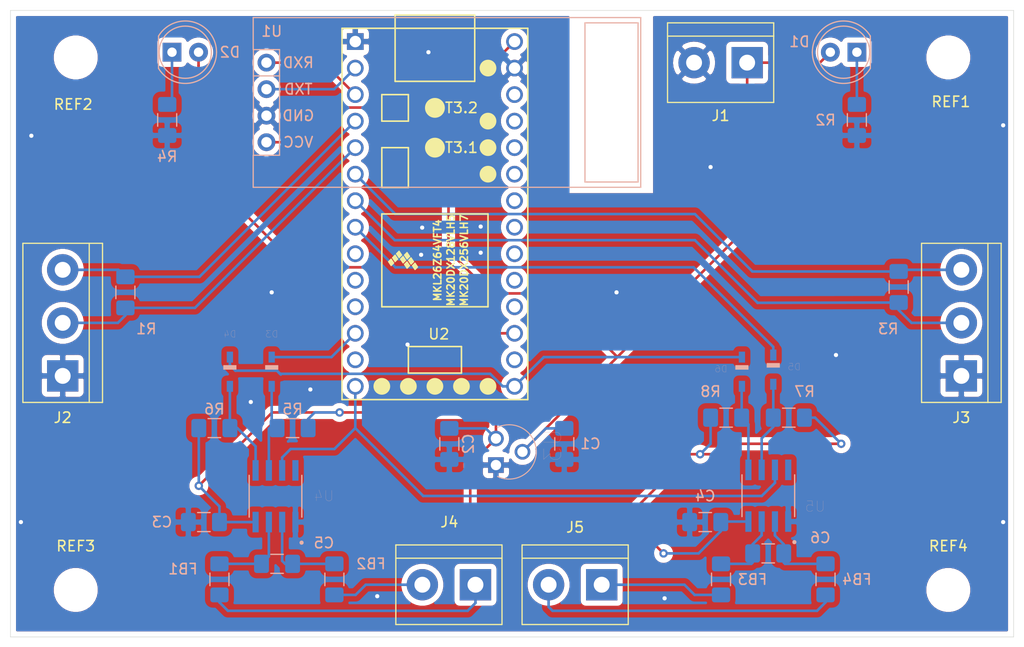
<source format=kicad_pcb>
(kicad_pcb (version 20171130) (host pcbnew 5.1.5-52549c5~84~ubuntu18.04.1)
  (layers (0 F.Cu signal) (31 B.Cu signal) (34 B.Paste user) (35 F.Paste user) (36 B.SilkS user) (37 F.SilkS user) (38 B.Mask user) (39 F.Mask user) (44 Edge.Cuts user))
  (net 0 "")
  (net 1 +5V)
  (net 2 GND)
  (net 3 +3V3)
  (net 4 "Net-(C5-Pad2)")
  (net 5 "Net-(C5-Pad1)")
  (net 6 "Net-(C6-Pad2)")
  (net 7 "Net-(C6-Pad1)")
  (net 8 "Net-(D1-Pad1)")
  (net 9 "Net-(D2-Pad2)")
  (net 10 "Net-(D2-Pad1)")
  (net 11 "Net-(D3-PadA)")
  (net 12 /CS0)
  (net 13 "Net-(D4-PadA)")
  (net 14 /SCK0)
  (net 15 "Net-(D5-PadA)")
  (net 16 /CS1)
  (net 17 "Net-(D6-PadA)")
  (net 18 "Net-(FB1-Pad1)")
  (net 19 "Net-(FB2-Pad1)")
  (net 20 "Net-(FB3-Pad1)")
  (net 21 "Net-(FB4-Pad1)")
  (net 22 /T1P)
  (net 23 /T1S)
  (net 24 /T2P)
  (net 25 /T2S)
  (net 26 "Net-(U1-Pad2)")
  (net 27 "Net-(U1-Pad1)")
  (net 28 "Net-(U2-Pad9)")
  (net 29 "Net-(U2-Pad10)")
  (net 30 "Net-(U2-Pad11)")
  (net 31 "Net-(U2-Pad13)")
  (net 32 "Net-(U2-Pad37)")
  (net 33 "Net-(U2-Pad36)")
  (net 34 "Net-(U2-Pad35)")
  (net 35 "Net-(U2-Pad34)")
  (net 36 "Net-(U2-Pad31)")
  (net 37 "Net-(U2-Pad30)")
  (net 38 "Net-(U2-Pad29)")
  (net 39 "Net-(U2-Pad28)")
  (net 40 "Net-(U2-Pad27)")
  (net 41 "Net-(U2-Pad26)")
  (net 42 "Net-(U2-Pad25)")
  (net 43 "Net-(U2-Pad24)")
  (net 44 "Net-(U2-Pad23)")
  (net 45 "Net-(U2-Pad21)")
  (net 46 /MISO0)
  (net 47 "Net-(U2-Pad15)")
  (net 48 "Net-(U2-Pad16)")
  (net 49 "Net-(U2-Pad19)")
  (net 50 "Net-(U2-Pad18)")
  (net 51 "Net-(U2-Pad17)")
  (module MountingHole:MountingHole_3.2mm_M3 (layer F.Cu) (at 191.75 79.5)
    (fp_text reference REF1 (at 0.25 4.25) (layer F.SilkS))
    (fp_text value MountingHole_3.2mm_M3)
    (pad 1 np_thru_hole circle (at 0 0) (size 3.2 3.2) (drill 3.2) (layers *.Cu *.Mask))
  )
  (module MountingHole:MountingHole_3.2mm_M3 (layer F.Cu) (at 191.75 130.5)
    (fp_text reference REF4 (at 0 -4.2) (layer F.SilkS))
    (fp_text value MountingHole_3.2mm_M3)
    (pad 1 np_thru_hole circle (at 0 0) (size 3.2 3.2) (drill 3.2) (layers *.Cu *.Mask))
  )
  (module MountingHole:MountingHole_3.2mm_M3 (layer F.Cu) (at 108.25 130.5)
    (fp_text reference REF3 (at 0 -4.2) (layer F.SilkS))
    (fp_text value MountingHole_3.2mm_M3)
    (pad 1 np_thru_hole circle (at 0 0) (size 3.2 3.2) (drill 3.2) (layers *.Cu *.Mask))
  )
  (module MountingHole:MountingHole_3.2mm_M3 (layer F.Cu) (at 108.25 79.5)
    (fp_text reference REF2 (at -0.25 4.5) (layer F.SilkS))
    (fp_text value MountingHole_3.2mm_M3)
    (pad 1 np_thru_hole circle (at 0 0) (size 3.2 3.2) (drill 3.2) (layers *.Cu *.Mask))
  )
  (module MAX31855KASA_:SOIC127P600X175-8N (layer B.Cu) (at 174.525 121.475 90)
    (fp_text reference U5 (at -1.025 4.475 180) (layer B.SilkS) (effects (font (thickness 0.015)) (justify mirror)))
    (fp_text value MAX31855KASA+)
    (fp_line (start -2 -2.52) (end 2 -2.52) (layer B.SilkS) (width 0.127))
    (fp_line (start -2 2.52) (end 2 2.52) (layer B.SilkS) (width 0.127))
    (fp_circle (center -4.445 2.495) (end -4.345 2.495) (layer B.SilkS) (width 0.2))
    (pad 8 smd rect (at 2.475 1.905 90) (size 1.97 0.59) (layers B.Cu B.Paste B.Mask))
    (pad 7 smd rect (at 2.475 0.635 90) (size 1.97 0.59) (layers B.Cu B.Paste B.Mask) (net 46 /MISO0))
    (pad 6 smd rect (at 2.475 -0.635 90) (size 1.97 0.59) (layers B.Cu B.Paste B.Mask) (net 15 "Net-(D5-PadA)"))
    (pad 5 smd rect (at 2.475 -1.905 90) (size 1.97 0.59) (layers B.Cu B.Paste B.Mask) (net 17 "Net-(D6-PadA)"))
    (pad 4 smd rect (at -2.475 -1.905 90) (size 1.97 0.59) (layers B.Cu B.Paste B.Mask) (net 3 +3V3))
    (pad 3 smd rect (at -2.475 -0.635 90) (size 1.97 0.59) (layers B.Cu B.Paste B.Mask) (net 6 "Net-(C6-Pad2)"))
    (pad 2 smd rect (at -2.475 0.635 90) (size 1.97 0.59) (layers B.Cu B.Paste B.Mask) (net 7 "Net-(C6-Pad1)"))
    (pad 1 smd rect (at -2.475 1.905 90) (size 1.97 0.59) (layers B.Cu B.Paste B.Mask) (net 2 GND))
  )
  (module MAX31855KASA_:SOIC127P600X175-8N (layer B.Cu) (at 127.365 121.525 90)
    (fp_text reference U4 (at 0.025 4.635 180) (layer B.SilkS) (effects (font (thickness 0.015)) (justify mirror)))
    (fp_text value MAX31855KASA+)
    (fp_line (start -2 -2.52) (end 2 -2.52) (layer B.SilkS) (width 0.127))
    (fp_line (start -2 2.52) (end 2 2.52) (layer B.SilkS) (width 0.127))
    (fp_circle (center -4.445 2.495) (end -4.345 2.495) (layer B.SilkS) (width 0.2))
    (pad 8 smd rect (at 2.475 1.905 90) (size 1.97 0.59) (layers B.Cu B.Paste B.Mask))
    (pad 7 smd rect (at 2.475 0.635 90) (size 1.97 0.59) (layers B.Cu B.Paste B.Mask) (net 46 /MISO0))
    (pad 6 smd rect (at 2.475 -0.635 90) (size 1.97 0.59) (layers B.Cu B.Paste B.Mask) (net 11 "Net-(D3-PadA)"))
    (pad 5 smd rect (at 2.475 -1.905 90) (size 1.97 0.59) (layers B.Cu B.Paste B.Mask) (net 13 "Net-(D4-PadA)"))
    (pad 4 smd rect (at -2.475 -1.905 90) (size 1.97 0.59) (layers B.Cu B.Paste B.Mask) (net 3 +3V3))
    (pad 3 smd rect (at -2.475 -0.635 90) (size 1.97 0.59) (layers B.Cu B.Paste B.Mask) (net 4 "Net-(C5-Pad2)"))
    (pad 2 smd rect (at -2.475 0.635 90) (size 1.97 0.59) (layers B.Cu B.Paste B.Mask) (net 5 "Net-(C5-Pad1)"))
    (pad 1 smd rect (at -2.475 1.905 90) (size 1.97 0.59) (layers B.Cu B.Paste B.Mask) (net 2 GND))
  )
  (module MCP1700-3302E_TO:TO127P254X495-3 (layer B.Cu) (at 151 116 90)
    (fp_text reference U3 (at -0.661135 2.898865 90) (layer B.SilkS) (effects (font (size 1.64185 1.64185) (thickness 0.015)) (justify mirror)))
    (fp_text value MCP1700-3302E_TO)
    (fp_arc (start -1.38407 -1.26864) (end 1.0668 -2.413) (angle 25) (layer B.SilkS) (width 0.1))
    (fp_arc (start -1.279583 -1.279773) (end 1.3208 -1.27) (angle 205) (layer B.SilkS) (width 0.1))
    (pad 3 thru_hole circle (at 0 -2.54 90) (size 1.4986 1.4986) (drill 0.9906) (layers *.Cu *.Mask) (net 3 +3V3))
    (pad 2 thru_hole circle (at -1.27 0 90) (size 1.4986 1.4986) (drill 0.9906) (layers *.Cu *.Mask) (net 1 +5V))
    (pad 1 thru_hole rect (at -2.54 -2.54 90) (size 1.4986 1.4986) (drill 0.9906) (layers *.Cu *.Mask) (net 2 GND))
  )
  (module TeensyFootprints:Teensy30_31_32_LC (layer F.Cu) (at 142.62 94.49 270)
    (fp_text reference U2 (at 11.51 -0.38 180) (layer F.SilkS))
    (fp_text value Teensy-LC)
    (fp_text user MK20DX128VLH5 (at 4.445 -1.524 90) (layer F.SilkS) (effects (font (size 0.7 0.7))))
    (fp_text user MKL26Z64VFT4 (at 4.445 -0.254 90) (layer F.SilkS) (effects (font (size 0.7 0.7))))
    (fp_text user MK20DX256VLH7 (at 4.445 -2.794 90) (layer F.SilkS) (effects (font (size 0.7 0.7))))
    (fp_poly (pts (xy 4.826 2.921) (xy 4.572 2.667) (xy 4.953 2.413) (xy 5.207 2.667)) (layer F.SilkS) (width 0.1))
    (fp_poly (pts (xy 3.81 3.683) (xy 3.556 3.429) (xy 3.937 3.175) (xy 4.191 3.429)) (layer F.SilkS) (width 0.1))
    (fp_poly (pts (xy 4.572 4.445) (xy 4.318 4.191) (xy 4.699 3.937) (xy 4.953 4.191)) (layer F.SilkS) (width 0.1))
    (fp_poly (pts (xy 4.445 2.54) (xy 4.191 2.286) (xy 4.572 2.032) (xy 4.826 2.286)) (layer F.SilkS) (width 0.1))
    (fp_poly (pts (xy 4.191 4.064) (xy 3.937 3.81) (xy 4.318 3.556) (xy 4.572 3.81)) (layer F.SilkS) (width 0.1))
    (fp_poly (pts (xy 4.953 2.159) (xy 4.699 1.905) (xy 5.08 1.651) (xy 5.334 1.905)) (layer F.SilkS) (width 0.1))
    (fp_poly (pts (xy 4.318 3.302) (xy 4.064 3.048) (xy 4.445 2.794) (xy 4.699 3.048)) (layer F.SilkS) (width 0.1))
    (fp_poly (pts (xy 3.937 2.921) (xy 3.683 2.667) (xy 4.064 2.413) (xy 4.318 2.667)) (layer F.SilkS) (width 0.1))
    (fp_line (start -17.78 8.89) (end -17.78 -8.89) (layer F.SilkS) (width 0.15))
    (fp_line (start 17.78 8.89) (end -17.78 8.89) (layer F.SilkS) (width 0.15))
    (fp_line (start 17.78 -8.89) (end 17.78 8.89) (layer F.SilkS) (width 0.15))
    (fp_line (start -17.78 -8.89) (end 17.78 -8.89) (layer F.SilkS) (width 0.15))
    (fp_line (start 8.89 5.08) (end 0 5.08) (layer F.SilkS) (width 0.15))
    (fp_line (start 8.89 -5.08) (end 0 -5.08) (layer F.SilkS) (width 0.15))
    (fp_line (start 0 -5.08) (end 0 5.08) (layer F.SilkS) (width 0.15))
    (fp_line (start 8.89 5.08) (end 8.89 -5.08) (layer F.SilkS) (width 0.15))
    (fp_line (start 12.7 -2.54) (end 15.24 -2.54) (layer F.SilkS) (width 0.15))
    (fp_line (start 12.7 2.54) (end 12.7 -2.54) (layer F.SilkS) (width 0.15))
    (fp_line (start 15.24 2.54) (end 12.7 2.54) (layer F.SilkS) (width 0.15))
    (fp_line (start 15.24 -2.54) (end 15.24 2.54) (layer F.SilkS) (width 0.15))
    (fp_line (start -11.43 2.54) (end -11.43 5.08) (layer F.SilkS) (width 0.15))
    (fp_line (start -8.89 2.54) (end -11.43 2.54) (layer F.SilkS) (width 0.15))
    (fp_line (start -8.89 5.08) (end -8.89 2.54) (layer F.SilkS) (width 0.15))
    (fp_line (start -11.43 5.08) (end -8.89 5.08) (layer F.SilkS) (width 0.15))
    (fp_line (start -12.7 3.81) (end -17.78 3.81) (layer F.SilkS) (width 0.15))
    (fp_line (start -12.7 -3.81) (end -17.78 -3.81) (layer F.SilkS) (width 0.15))
    (fp_line (start -12.7 3.81) (end -12.7 -3.81) (layer F.SilkS) (width 0.15))
    (fp_line (start -6.35 2.54) (end -6.35 5.08) (layer F.SilkS) (width 0.15))
    (fp_line (start -2.54 2.54) (end -6.35 2.54) (layer F.SilkS) (width 0.15))
    (fp_line (start -2.54 5.08) (end -2.54 2.54) (layer F.SilkS) (width 0.15))
    (fp_line (start -6.35 5.08) (end -2.54 5.08) (layer F.SilkS) (width 0.15))
    (fp_line (start -19.05 -3.81) (end -17.78 -3.81) (layer F.SilkS) (width 0.15))
    (fp_line (start -19.05 3.81) (end -19.05 -3.81) (layer F.SilkS) (width 0.15))
    (fp_line (start -17.78 3.81) (end -19.05 3.81) (layer F.SilkS) (width 0.15))
    (fp_text user T3.1 (at -6.35 -2.54) (layer F.SilkS))
    (fp_text user T3.2 (at -10.16 -2.54) (layer F.SilkS))
    (pad 52 connect circle (at -10.16 0 270) (size 1.9 1.9) (layers F.SilkS))
    (pad 52 connect circle (at -6.35 0 270) (size 1.9 1.9) (layers F.SilkS))
    (pad 1 thru_hole rect (at -16.51 7.62 270) (size 1.6 1.6) (drill 1.1) (layers *.Cu *.Mask) (net 2 GND))
    (pad 2 thru_hole circle (at -13.97 7.62 270) (size 1.6 1.6) (drill 1.1) (layers *.Cu *.Mask) (net 26 "Net-(U1-Pad2)"))
    (pad 3 thru_hole circle (at -11.43 7.62 270) (size 1.6 1.6) (drill 1.1) (layers *.Cu *.Mask) (net 27 "Net-(U1-Pad1)"))
    (pad 4 thru_hole circle (at -8.89 7.62 270) (size 1.6 1.6) (drill 1.1) (layers *.Cu *.Mask) (net 22 /T1P))
    (pad 5 thru_hole circle (at -6.35 7.62 270) (size 1.6 1.6) (drill 1.1) (layers *.Cu *.Mask) (net 23 /T1S))
    (pad 6 thru_hole circle (at -3.81 7.62 270) (size 1.6 1.6) (drill 1.1) (layers *.Cu *.Mask) (net 24 /T2P))
    (pad 7 thru_hole circle (at -1.27 7.62 270) (size 1.6 1.6) (drill 1.1) (layers *.Cu *.Mask) (net 25 /T2S))
    (pad 8 thru_hole circle (at 1.27 7.62 270) (size 1.6 1.6) (drill 1.1) (layers *.Cu *.Mask) (net 16 /CS1))
    (pad 9 thru_hole circle (at 3.81 7.62 270) (size 1.6 1.6) (drill 1.1) (layers *.Cu *.Mask) (net 28 "Net-(U2-Pad9)"))
    (pad 10 thru_hole circle (at 6.35 7.62 270) (size 1.6 1.6) (drill 1.1) (layers *.Cu *.Mask) (net 29 "Net-(U2-Pad10)"))
    (pad 11 thru_hole circle (at 8.89 7.62 270) (size 1.6 1.6) (drill 1.1) (layers *.Cu *.Mask) (net 30 "Net-(U2-Pad11)"))
    (pad 12 thru_hole circle (at 11.43 7.62 270) (size 1.6 1.6) (drill 1.1) (layers *.Cu *.Mask) (net 12 /CS0))
    (pad 13 thru_hole circle (at 13.97 7.62 270) (size 1.6 1.6) (drill 1.1) (layers *.Cu *.Mask) (net 31 "Net-(U2-Pad13)"))
    (pad 37 connect circle (at -3.81 -5.08 270) (size 1.6 1.6) (layers F.SilkS) (net 32 "Net-(U2-Pad37)"))
    (pad 36 connect circle (at -6.35 -5.08 270) (size 1.6 1.6) (layers F.SilkS) (net 33 "Net-(U2-Pad36)"))
    (pad 35 connect circle (at -8.89 -5.08 270) (size 1.6 1.6) (layers F.SilkS) (net 34 "Net-(U2-Pad35)"))
    (pad 34 connect circle (at -13.97 -5.08 270) (size 1.6 1.6) (layers F.SilkS) (net 35 "Net-(U2-Pad34)"))
    (pad 33 thru_hole circle (at -16.51 -7.62 270) (size 1.6 1.6) (drill 1.1) (layers *.Cu *.Mask) (net 1 +5V))
    (pad 32 thru_hole circle (at -13.97 -7.62 270) (size 1.6 1.6) (drill 1.1) (layers *.Cu *.Mask) (net 2 GND))
    (pad 31 thru_hole circle (at -11.43 -7.62 270) (size 1.6 1.6) (drill 1.1) (layers *.Cu *.Mask) (net 36 "Net-(U2-Pad31)"))
    (pad 30 thru_hole circle (at -8.89 -7.62 270) (size 1.6 1.6) (drill 1.1) (layers *.Cu *.Mask) (net 37 "Net-(U2-Pad30)"))
    (pad 29 thru_hole circle (at -6.35 -7.62 270) (size 1.6 1.6) (drill 1.1) (layers *.Cu *.Mask) (net 38 "Net-(U2-Pad29)"))
    (pad 28 thru_hole circle (at -3.81 -7.62 270) (size 1.6 1.6) (drill 1.1) (layers *.Cu *.Mask) (net 39 "Net-(U2-Pad28)"))
    (pad 27 thru_hole circle (at -1.27 -7.62 270) (size 1.6 1.6) (drill 1.1) (layers *.Cu *.Mask) (net 40 "Net-(U2-Pad27)"))
    (pad 26 thru_hole circle (at 1.27 -7.62 270) (size 1.6 1.6) (drill 1.1) (layers *.Cu *.Mask) (net 41 "Net-(U2-Pad26)"))
    (pad 25 thru_hole circle (at 3.81 -7.62 270) (size 1.6 1.6) (drill 1.1) (layers *.Cu *.Mask) (net 42 "Net-(U2-Pad25)"))
    (pad 24 thru_hole circle (at 6.35 -7.62 270) (size 1.6 1.6) (drill 1.1) (layers *.Cu *.Mask) (net 43 "Net-(U2-Pad24)"))
    (pad 23 thru_hole circle (at 8.89 -7.62 270) (size 1.6 1.6) (drill 1.1) (layers *.Cu *.Mask) (net 44 "Net-(U2-Pad23)"))
    (pad 22 thru_hole circle (at 11.43 -7.62 270) (size 1.6 1.6) (drill 1.1) (layers *.Cu *.Mask) (net 9 "Net-(D2-Pad2)"))
    (pad 21 thru_hole circle (at 13.97 -7.62 270) (size 1.6 1.6) (drill 1.1) (layers *.Cu *.Mask) (net 45 "Net-(U2-Pad21)"))
    (pad 14 thru_hole circle (at 16.51 7.62 270) (size 1.6 1.6) (drill 1.1) (layers *.Cu *.Mask) (net 46 /MISO0))
    (pad 15 connect circle (at 16.51 5.08 270) (size 1.6 1.6) (layers F.SilkS) (net 47 "Net-(U2-Pad15)"))
    (pad 16 connect circle (at 16.51 2.54 270) (size 1.6 1.6) (layers F.SilkS) (net 48 "Net-(U2-Pad16)"))
    (pad 20 thru_hole circle (at 16.51 -7.62 270) (size 1.6 1.6) (drill 1.1) (layers *.Cu *.Mask) (net 14 /SCK0))
    (pad 19 connect circle (at 16.51 -5.08 270) (size 1.6 1.6) (layers F.SilkS) (net 49 "Net-(U2-Pad19)"))
    (pad 18 connect circle (at 16.51 -2.54 270) (size 1.6 1.6) (layers F.SilkS) (net 50 "Net-(U2-Pad18)"))
    (pad 17 connect circle (at 16.51 0 270) (size 1.6 1.6) (layers F.SilkS) (net 51 "Net-(U2-Pad17)"))
  )
  (module dmcginnis427Footprints:HC06 (layer B.Cu) (at 126.5 83.81 270)
    (fp_text reference U1 (at -6.81 -0.5 180) (layer B.SilkS) (effects (justify mirror)))
    (fp_text value HC06)
    (fp_line (start -8.128 1.27) (end -5.08 1.27) (layer B.SilkS) (width 0.12))
    (fp_line (start 8.128 1.27) (end 5.08 1.27) (layer B.SilkS) (width 0.12))
    (fp_line (start 8.128 -35.814) (end 8.128 1.27) (layer B.SilkS) (width 0.12))
    (fp_line (start -8.128 -35.814) (end 8.128 -35.814) (layer B.SilkS) (width 0.12))
    (fp_line (start -8.128 1.27) (end -8.128 -35.814) (layer B.SilkS) (width 0.12))
    (fp_text user VCC (at 3.81 -3.048 180) (layer B.SilkS) (effects (justify mirror)))
    (fp_text user GND (at 1.27 -3.048 180) (layer B.SilkS) (effects (justify mirror)))
    (fp_text user TXD (at -1.27 -3.048 180) (layer B.SilkS) (effects (justify mirror)))
    (fp_text user RXD (at -3.81 -3.048 180) (layer B.SilkS) (effects (justify mirror)))
    (fp_line (start -7.62 -35.56) (end -7.62 -30.48) (layer B.SilkS) (width 0.12))
    (fp_line (start 7.62 -35.56) (end -7.62 -35.56) (layer B.SilkS) (width 0.12))
    (fp_line (start 7.62 -30.48) (end 7.62 -35.56) (layer B.SilkS) (width 0.12))
    (fp_line (start -7.62 -30.48) (end 7.62 -30.48) (layer B.SilkS) (width 0.12))
    (fp_line (start -2.54 1.25) (end -2.54 -1.25) (layer B.SilkS) (width 0.12))
    (fp_line (start -5.06 -1.25) (end -5.06 1.25) (layer B.SilkS) (width 0.12))
    (fp_line (start 5.06 -1.25) (end -5.06 -1.25) (layer B.SilkS) (width 0.12))
    (fp_line (start 5.06 1.25) (end 5.06 -1.25) (layer B.SilkS) (width 0.12))
    (fp_line (start -5.06 1.25) (end 5.06 1.25) (layer B.SilkS) (width 0.12))
    (pad 4 thru_hole circle (at 3.81 0 270) (size 1.7 1.7) (drill 1) (layers *.Cu *.Mask) (net 1 +5V))
    (pad 3 thru_hole circle (at 1.27 0 270) (size 1.7 1.7) (drill 1) (layers *.Cu *.Mask) (net 2 GND))
    (pad 2 thru_hole circle (at -1.27 0 270) (size 1.7 1.7) (drill 1) (layers *.Cu *.Mask) (net 26 "Net-(U1-Pad2)"))
    (pad 1 thru_hole circle (at -3.81 0 270) (size 1.7 1.7) (drill 1) (layers *.Cu *.Mask) (net 27 "Net-(U1-Pad1)"))
  )
  (module Resistor_SMD:R_1206_3216Metric_Pad1.42x1.75mm_HandSolder (layer B.Cu) (at 170.4875 114 180)
    (fp_text reference R8 (at 1.4875 2.5) (layer B.SilkS) (effects (justify mirror)))
    (fp_text value 10k)
    (fp_line (start -0.602064 -0.91) (end 0.602064 -0.91) (layer B.SilkS) (width 0.12))
    (fp_line (start -0.602064 0.91) (end 0.602064 0.91) (layer B.SilkS) (width 0.12))
    (pad 2 smd roundrect (at 1.4875 0 180) (size 1.425 1.75) (layers B.Cu B.Paste B.Mask) (roundrect_rratio 0.175439) (net 3 +3V3))
    (pad 1 smd roundrect (at -1.4875 0 180) (size 1.425 1.75) (layers B.Cu B.Paste B.Mask) (roundrect_rratio 0.175439) (net 17 "Net-(D6-PadA)"))
  )
  (module Resistor_SMD:R_1206_3216Metric_Pad1.42x1.75mm_HandSolder (layer B.Cu) (at 176.4875 114 180)
    (fp_text reference R7 (at -1.5125 2.5) (layer B.SilkS) (effects (justify mirror)))
    (fp_text value 10k)
    (fp_line (start -0.602064 -0.91) (end 0.602064 -0.91) (layer B.SilkS) (width 0.12))
    (fp_line (start -0.602064 0.91) (end 0.602064 0.91) (layer B.SilkS) (width 0.12))
    (pad 2 smd roundrect (at 1.4875 0 180) (size 1.425 1.75) (layers B.Cu B.Paste B.Mask) (roundrect_rratio 0.175439) (net 15 "Net-(D5-PadA)"))
    (pad 1 smd roundrect (at -1.4875 0 180) (size 1.425 1.75) (layers B.Cu B.Paste B.Mask) (roundrect_rratio 0.175439) (net 3 +3V3))
  )
  (module Resistor_SMD:R_1206_3216Metric_Pad1.42x1.75mm_HandSolder (layer B.Cu) (at 121.5125 115 180)
    (fp_text reference R6 (at 0 1.82) (layer B.SilkS) (effects (justify mirror)))
    (fp_text value 10k)
    (fp_line (start -0.602064 -0.91) (end 0.602064 -0.91) (layer B.SilkS) (width 0.12))
    (fp_line (start -0.602064 0.91) (end 0.602064 0.91) (layer B.SilkS) (width 0.12))
    (pad 2 smd roundrect (at 1.4875 0 180) (size 1.425 1.75) (layers B.Cu B.Paste B.Mask) (roundrect_rratio 0.175439) (net 3 +3V3))
    (pad 1 smd roundrect (at -1.4875 0 180) (size 1.425 1.75) (layers B.Cu B.Paste B.Mask) (roundrect_rratio 0.175439) (net 13 "Net-(D4-PadA)"))
  )
  (module Resistor_SMD:R_1206_3216Metric_Pad1.42x1.75mm_HandSolder (layer B.Cu) (at 129 115 180)
    (fp_text reference R5 (at 0 1.82) (layer B.SilkS) (effects (justify mirror)))
    (fp_text value 10k)
    (fp_line (start -0.602064 -0.91) (end 0.602064 -0.91) (layer B.SilkS) (width 0.12))
    (fp_line (start -0.602064 0.91) (end 0.602064 0.91) (layer B.SilkS) (width 0.12))
    (pad 2 smd roundrect (at 1.4875 0 180) (size 1.425 1.75) (layers B.Cu B.Paste B.Mask) (roundrect_rratio 0.175439) (net 11 "Net-(D3-PadA)"))
    (pad 1 smd roundrect (at -1.4875 0 180) (size 1.425 1.75) (layers B.Cu B.Paste B.Mask) (roundrect_rratio 0.175439) (net 3 +3V3))
  )
  (module Resistor_SMD:R_1206_3216Metric_Pad1.42x1.75mm_HandSolder (layer B.Cu) (at 117 85.4875 270)
    (fp_text reference R4 (at 3.5125 0 180) (layer B.SilkS) (effects (justify mirror)))
    (fp_text value 220)
    (fp_line (start -0.602064 -0.91) (end 0.602064 -0.91) (layer B.SilkS) (width 0.12))
    (fp_line (start -0.602064 0.91) (end 0.602064 0.91) (layer B.SilkS) (width 0.12))
    (pad 2 smd roundrect (at 1.4875 0 270) (size 1.425 1.75) (layers B.Cu B.Paste B.Mask) (roundrect_rratio 0.175439) (net 2 GND))
    (pad 1 smd roundrect (at -1.4875 0 270) (size 1.425 1.75) (layers B.Cu B.Paste B.Mask) (roundrect_rratio 0.175439) (net 10 "Net-(D2-Pad1)"))
  )
  (module Resistor_SMD:R_1206_3216Metric_Pad1.42x1.75mm_HandSolder (layer B.Cu) (at 187 101.4875 90)
    (fp_text reference R3 (at -4.0125 -1 180) (layer B.SilkS) (effects (justify mirror)))
    (fp_text value 10k)
    (fp_line (start -0.602064 -0.91) (end 0.602064 -0.91) (layer B.SilkS) (width 0.12))
    (fp_line (start -0.602064 0.91) (end 0.602064 0.91) (layer B.SilkS) (width 0.12))
    (pad 2 smd roundrect (at 1.4875 0 90) (size 1.425 1.75) (layers B.Cu B.Paste B.Mask) (roundrect_rratio 0.175439) (net 24 /T2P))
    (pad 1 smd roundrect (at -1.4875 0 90) (size 1.425 1.75) (layers B.Cu B.Paste B.Mask) (roundrect_rratio 0.175439) (net 25 /T2S))
  )
  (module Resistor_SMD:R_1206_3216Metric_Pad1.42x1.75mm_HandSolder (layer B.Cu) (at 183 85.4875 90)
    (fp_text reference R2 (at -0.0125 -3 180) (layer B.SilkS) (effects (justify mirror)))
    (fp_text value 220)
    (fp_line (start -0.602064 -0.91) (end 0.602064 -0.91) (layer B.SilkS) (width 0.12))
    (fp_line (start -0.602064 0.91) (end 0.602064 0.91) (layer B.SilkS) (width 0.12))
    (pad 2 smd roundrect (at 1.4875 0 90) (size 1.425 1.75) (layers B.Cu B.Paste B.Mask) (roundrect_rratio 0.175439) (net 8 "Net-(D1-Pad1)"))
    (pad 1 smd roundrect (at -1.4875 0 90) (size 1.425 1.75) (layers B.Cu B.Paste B.Mask) (roundrect_rratio 0.175439) (net 2 GND))
  )
  (module Resistor_SMD:R_1206_3216Metric_Pad1.42x1.75mm_HandSolder (layer B.Cu) (at 113 102 90)
    (fp_text reference R1 (at -3.5 2 180) (layer B.SilkS) (effects (justify mirror)))
    (fp_text value 10k)
    (fp_line (start -0.602064 -0.91) (end 0.602064 -0.91) (layer B.SilkS) (width 0.12))
    (fp_line (start -0.602064 0.91) (end 0.602064 0.91) (layer B.SilkS) (width 0.12))
    (pad 2 smd roundrect (at 1.4875 0 90) (size 1.425 1.75) (layers B.Cu B.Paste B.Mask) (roundrect_rratio 0.175439) (net 22 /T1P))
    (pad 1 smd roundrect (at -1.4875 0 90) (size 1.425 1.75) (layers B.Cu B.Paste B.Mask) (roundrect_rratio 0.175439) (net 23 /T1S))
  )
  (module TerminalBlock:TerminalBlock_bornier-2_P5.08mm (layer F.Cu) (at 158.58 130 180)
    (fp_text reference J5 (at 2.54 5.5) (layer F.SilkS))
    (fp_text value Screw_Terminal_01x02)
    (fp_line (start -2.54 3.81) (end 7.62 3.81) (layer F.SilkS) (width 0.12))
    (fp_line (start -2.54 -3.81) (end -2.54 3.81) (layer F.SilkS) (width 0.12))
    (fp_line (start 7.62 -3.81) (end -2.54 -3.81) (layer F.SilkS) (width 0.12))
    (fp_line (start 7.62 3.81) (end 7.62 -3.81) (layer F.SilkS) (width 0.12))
    (fp_line (start 7.62 2.54) (end -2.54 2.54) (layer F.SilkS) (width 0.12))
    (pad 2 thru_hole circle (at 5.08 0 180) (size 3 3) (drill 1.52) (layers *.Cu *.Mask) (net 21 "Net-(FB4-Pad1)"))
    (pad 1 thru_hole rect (at 0 0 180) (size 3 3) (drill 1.52) (layers *.Cu *.Mask) (net 20 "Net-(FB3-Pad1)"))
  )
  (module TerminalBlock:TerminalBlock_bornier-2_P5.08mm (layer F.Cu) (at 146.5 130 180)
    (fp_text reference J4 (at 2.5 6) (layer F.SilkS))
    (fp_text value Screw_Terminal_01x02)
    (fp_line (start -2.54 3.81) (end 7.62 3.81) (layer F.SilkS) (width 0.12))
    (fp_line (start -2.54 -3.81) (end -2.54 3.81) (layer F.SilkS) (width 0.12))
    (fp_line (start 7.62 -3.81) (end -2.54 -3.81) (layer F.SilkS) (width 0.12))
    (fp_line (start 7.62 3.81) (end 7.62 -3.81) (layer F.SilkS) (width 0.12))
    (fp_line (start 7.62 2.54) (end -2.54 2.54) (layer F.SilkS) (width 0.12))
    (pad 2 thru_hole circle (at 5.08 0 180) (size 3 3) (drill 1.52) (layers *.Cu *.Mask) (net 19 "Net-(FB2-Pad1)"))
    (pad 1 thru_hole rect (at 0 0 180) (size 3 3) (drill 1.52) (layers *.Cu *.Mask) (net 18 "Net-(FB1-Pad1)"))
  )
  (module TerminalBlock:TerminalBlock_bornier-3_P5.08mm (layer F.Cu) (at 193 110 90)
    (fp_text reference J3 (at -4 0 180) (layer F.SilkS))
    (fp_text value Screw_Terminal_01x03)
    (fp_line (start -2.54 3.81) (end 12.7 3.81) (layer F.SilkS) (width 0.12))
    (fp_line (start -2.54 -3.81) (end 12.7 -3.81) (layer F.SilkS) (width 0.12))
    (fp_line (start -2.54 2.54) (end 12.7 2.54) (layer F.SilkS) (width 0.12))
    (fp_line (start 12.7 3.81) (end 12.7 -3.81) (layer F.SilkS) (width 0.12))
    (fp_line (start -2.54 3.81) (end -2.54 -3.81) (layer F.SilkS) (width 0.12))
    (pad 3 thru_hole circle (at 10.16 0 90) (size 3 3) (drill 1.52) (layers *.Cu *.Mask) (net 24 /T2P))
    (pad 2 thru_hole circle (at 5.08 0 90) (size 3 3) (drill 1.52) (layers *.Cu *.Mask) (net 25 /T2S))
    (pad 1 thru_hole rect (at 0 0 90) (size 3 3) (drill 1.52) (layers *.Cu *.Mask) (net 2 GND))
  )
  (module TerminalBlock:TerminalBlock_bornier-3_P5.08mm (layer F.Cu) (at 107 110 90)
    (fp_text reference J2 (at -4 0 180) (layer F.SilkS))
    (fp_text value Screw_Terminal_01x03)
    (fp_line (start -2.54 3.81) (end 12.7 3.81) (layer F.SilkS) (width 0.12))
    (fp_line (start -2.54 -3.81) (end 12.7 -3.81) (layer F.SilkS) (width 0.12))
    (fp_line (start -2.54 2.54) (end 12.7 2.54) (layer F.SilkS) (width 0.12))
    (fp_line (start 12.7 3.81) (end 12.7 -3.81) (layer F.SilkS) (width 0.12))
    (fp_line (start -2.54 3.81) (end -2.54 -3.81) (layer F.SilkS) (width 0.12))
    (pad 3 thru_hole circle (at 10.16 0 90) (size 3 3) (drill 1.52) (layers *.Cu *.Mask) (net 22 /T1P))
    (pad 2 thru_hole circle (at 5.08 0 90) (size 3 3) (drill 1.52) (layers *.Cu *.Mask) (net 23 /T1S))
    (pad 1 thru_hole rect (at 0 0 90) (size 3 3) (drill 1.52) (layers *.Cu *.Mask) (net 2 GND))
  )
  (module TerminalBlock:TerminalBlock_bornier-2_P5.08mm (layer F.Cu) (at 172.5 80 180)
    (fp_text reference J1 (at 2.54 -5.08) (layer F.SilkS))
    (fp_text value Screw_Terminal_01x02)
    (fp_line (start -2.54 3.81) (end 7.62 3.81) (layer F.SilkS) (width 0.12))
    (fp_line (start -2.54 -3.81) (end -2.54 3.81) (layer F.SilkS) (width 0.12))
    (fp_line (start 7.62 -3.81) (end -2.54 -3.81) (layer F.SilkS) (width 0.12))
    (fp_line (start 7.62 3.81) (end 7.62 -3.81) (layer F.SilkS) (width 0.12))
    (fp_line (start 7.62 2.54) (end -2.54 2.54) (layer F.SilkS) (width 0.12))
    (pad 2 thru_hole circle (at 5.08 0 180) (size 3 3) (drill 1.52) (layers *.Cu *.Mask) (net 2 GND))
    (pad 1 thru_hole rect (at 0 0 180) (size 3 3) (drill 1.52) (layers *.Cu *.Mask) (net 1 +5V))
  )
  (module Inductor_SMD:L_1206_3216Metric_Pad1.42x1.75mm_HandSolder (layer B.Cu) (at 180 129.4875 90)
    (fp_text reference FB4 (at -0.0125 3 180) (layer B.SilkS) (effects (justify mirror)))
    (fp_text value Ferrite_Bead_Small)
    (fp_line (start -0.602064 -0.91) (end 0.602064 -0.91) (layer B.SilkS) (width 0.12))
    (fp_line (start -0.602064 0.91) (end 0.602064 0.91) (layer B.SilkS) (width 0.12))
    (pad 2 smd roundrect (at 1.4875 0 90) (size 1.425 1.75) (layers B.Cu B.Paste B.Mask) (roundrect_rratio 0.175439) (net 7 "Net-(C6-Pad1)"))
    (pad 1 smd roundrect (at -1.4875 0 90) (size 1.425 1.75) (layers B.Cu B.Paste B.Mask) (roundrect_rratio 0.175439) (net 21 "Net-(FB4-Pad1)"))
  )
  (module Inductor_SMD:L_1206_3216Metric_Pad1.42x1.75mm_HandSolder (layer B.Cu) (at 170 129.4875 90)
    (fp_text reference FB3 (at -0.0125 3 180) (layer B.SilkS) (effects (justify mirror)))
    (fp_text value Ferrite_Bead_Small)
    (fp_line (start -0.602064 -0.91) (end 0.602064 -0.91) (layer B.SilkS) (width 0.12))
    (fp_line (start -0.602064 0.91) (end 0.602064 0.91) (layer B.SilkS) (width 0.12))
    (pad 2 smd roundrect (at 1.4875 0 90) (size 1.425 1.75) (layers B.Cu B.Paste B.Mask) (roundrect_rratio 0.175439) (net 6 "Net-(C6-Pad2)"))
    (pad 1 smd roundrect (at -1.4875 0 90) (size 1.425 1.75) (layers B.Cu B.Paste B.Mask) (roundrect_rratio 0.175439) (net 20 "Net-(FB3-Pad1)"))
  )
  (module Inductor_SMD:L_1206_3216Metric_Pad1.42x1.75mm_HandSolder (layer B.Cu) (at 133 129.4875 90)
    (fp_text reference FB2 (at 1.4875 3.5 180) (layer B.SilkS) (effects (justify mirror)))
    (fp_text value Ferrite_Bead_Small)
    (fp_line (start -0.602064 -0.91) (end 0.602064 -0.91) (layer B.SilkS) (width 0.12))
    (fp_line (start -0.602064 0.91) (end 0.602064 0.91) (layer B.SilkS) (width 0.12))
    (pad 2 smd roundrect (at 1.4875 0 90) (size 1.425 1.75) (layers B.Cu B.Paste B.Mask) (roundrect_rratio 0.175439) (net 5 "Net-(C5-Pad1)"))
    (pad 1 smd roundrect (at -1.4875 0 90) (size 1.425 1.75) (layers B.Cu B.Paste B.Mask) (roundrect_rratio 0.175439) (net 19 "Net-(FB2-Pad1)"))
  )
  (module Inductor_SMD:L_1206_3216Metric_Pad1.42x1.75mm_HandSolder (layer B.Cu) (at 122 129.4875 90)
    (fp_text reference FB1 (at 0.9875 -3.5 180) (layer B.SilkS) (effects (justify mirror)))
    (fp_text value Ferrite_Bead_Small)
    (fp_line (start -0.602064 -0.91) (end 0.602064 -0.91) (layer B.SilkS) (width 0.12))
    (fp_line (start -0.602064 0.91) (end 0.602064 0.91) (layer B.SilkS) (width 0.12))
    (pad 2 smd roundrect (at 1.4875 0 90) (size 1.425 1.75) (layers B.Cu B.Paste B.Mask) (roundrect_rratio 0.175439) (net 4 "Net-(C5-Pad2)"))
    (pad 1 smd roundrect (at -1.4875 0 90) (size 1.425 1.75) (layers B.Cu B.Paste B.Mask) (roundrect_rratio 0.175439) (net 18 "Net-(FB1-Pad1)"))
  )
  (module 1N4148WS:SODFL2512X100N (layer B.Cu) (at 172 109.6 270)
    (fp_text reference D6 (at -0.268433 2 180) (layer B.SilkS) (effects (font (size 0.641026 0.641026) (thickness 0.015)) (justify mirror)))
    (fp_text value 1N4148WS)
    (fp_poly (pts (xy -0.625028 0.625) (xy -0.2 0.625) (xy -0.2 -0.625028) (xy -0.625028 -0.625028)) (layer B.SilkS) (width 0.01))
    (pad A smd rect (at 1.4 0 270) (size 1.05 0.6) (layers B.Cu B.Paste B.Mask) (net 17 "Net-(D6-PadA)"))
    (pad C smd rect (at -1.4 0 270) (size 1.05 0.6) (layers B.Cu B.Paste B.Mask) (net 14 /SCK0))
  )
  (module 1N4148WS:SODFL2512X100N (layer B.Cu) (at 175 109.4 270)
    (fp_text reference D5 (at -0.268433 -2 180) (layer B.SilkS) (effects (font (size 0.641026 0.641026) (thickness 0.015)) (justify mirror)))
    (fp_text value 1N4148WS)
    (fp_poly (pts (xy -0.625028 0.625) (xy -0.2 0.625) (xy -0.2 -0.625028) (xy -0.625028 -0.625028)) (layer B.SilkS) (width 0.01))
    (pad A smd rect (at 1.4 0 270) (size 1.05 0.6) (layers B.Cu B.Paste B.Mask) (net 15 "Net-(D5-PadA)"))
    (pad C smd rect (at -1.4 0 270) (size 1.05 0.6) (layers B.Cu B.Paste B.Mask) (net 16 /CS1))
  )
  (module 1N4148WS:SODFL2512X100N (layer B.Cu) (at 123 109.6 270)
    (fp_text reference D4 (at -3.6 0) (layer B.SilkS) (effects (font (size 0.641026 0.641026) (thickness 0.015)) (justify mirror)))
    (fp_text value 1N4148WS)
    (fp_poly (pts (xy -0.625028 0.625) (xy -0.2 0.625) (xy -0.2 -0.625028) (xy -0.625028 -0.625028)) (layer B.SilkS) (width 0.01))
    (pad A smd rect (at 1.4 0 270) (size 1.05 0.6) (layers B.Cu B.Paste B.Mask) (net 13 "Net-(D4-PadA)"))
    (pad C smd rect (at -1.4 0 270) (size 1.05 0.6) (layers B.Cu B.Paste B.Mask) (net 14 /SCK0))
  )
  (module 1N4148WS:SODFL2512X100N (layer B.Cu) (at 127 109.6 270)
    (fp_text reference D3 (at -3.6 0) (layer B.SilkS) (effects (font (size 0.641026 0.641026) (thickness 0.015)) (justify mirror)))
    (fp_text value 1N4148WS)
    (fp_poly (pts (xy -0.625028 0.625) (xy -0.2 0.625) (xy -0.2 -0.625028) (xy -0.625028 -0.625028)) (layer B.SilkS) (width 0.01))
    (pad A smd rect (at 1.4 0 270) (size 1.05 0.6) (layers B.Cu B.Paste B.Mask) (net 11 "Net-(D3-PadA)"))
    (pad C smd rect (at -1.4 0 270) (size 1.05 0.6) (layers B.Cu B.Paste B.Mask) (net 12 /CS0))
  )
  (module LED_THT:LED_D5.0mm (layer B.Cu) (at 117.46 79)
    (fp_text reference D2 (at 5.54 0) (layer B.SilkS) (effects (justify mirror)))
    (fp_text value LED)
    (fp_line (start -1.29 1.545) (end -1.29 -1.545) (layer B.SilkS) (width 0.12))
    (fp_circle (center 1.27 0) (end 3.77 0) (layer B.SilkS) (width 0.12))
    (fp_arc (start 1.27 0) (end -1.29 -1.54483) (angle 148.9) (layer B.SilkS) (width 0.12))
    (fp_arc (start 1.27 0) (end -1.29 1.54483) (angle -148.9) (layer B.SilkS) (width 0.12))
    (pad 2 thru_hole circle (at 2.54 0) (size 1.8 1.8) (drill 0.9) (layers *.Cu *.Mask) (net 9 "Net-(D2-Pad2)"))
    (pad 1 thru_hole rect (at 0 0) (size 1.8 1.8) (drill 0.9) (layers *.Cu *.Mask) (net 10 "Net-(D2-Pad1)"))
  )
  (module LED_THT:LED_D5.0mm (layer B.Cu) (at 183 79 180)
    (fp_text reference D1 (at 5.5 1) (layer B.SilkS) (effects (justify mirror)))
    (fp_text value LED)
    (fp_line (start -1.29 1.545) (end -1.29 -1.545) (layer B.SilkS) (width 0.12))
    (fp_circle (center 1.27 0) (end 3.77 0) (layer B.SilkS) (width 0.12))
    (fp_arc (start 1.27 0) (end -1.29 -1.54483) (angle 148.9) (layer B.SilkS) (width 0.12))
    (fp_arc (start 1.27 0) (end -1.29 1.54483) (angle -148.9) (layer B.SilkS) (width 0.12))
    (pad 2 thru_hole circle (at 2.54 0 180) (size 1.8 1.8) (drill 0.9) (layers *.Cu *.Mask) (net 1 +5V))
    (pad 1 thru_hole rect (at 0 0 180) (size 1.8 1.8) (drill 0.9) (layers *.Cu *.Mask) (net 8 "Net-(D1-Pad1)"))
  )
  (module Capacitor_SMD:C_1206_3216Metric_Pad1.42x1.75mm_HandSolder (layer B.Cu) (at 174.5125 127 180)
    (fp_text reference C6 (at -4.9875 1.5) (layer B.SilkS) (effects (justify mirror)))
    (fp_text value 0.01uF)
    (fp_line (start -0.602064 -0.91) (end 0.602064 -0.91) (layer B.SilkS) (width 0.12))
    (fp_line (start -0.602064 0.91) (end 0.602064 0.91) (layer B.SilkS) (width 0.12))
    (pad 2 smd roundrect (at 1.4875 0 180) (size 1.425 1.75) (layers B.Cu B.Paste B.Mask) (roundrect_rratio 0.175439) (net 6 "Net-(C6-Pad2)"))
    (pad 1 smd roundrect (at -1.4875 0 180) (size 1.425 1.75) (layers B.Cu B.Paste B.Mask) (roundrect_rratio 0.175439) (net 7 "Net-(C6-Pad1)"))
  )
  (module Capacitor_SMD:C_1206_3216Metric_Pad1.42x1.75mm_HandSolder (layer B.Cu) (at 127.5125 128 180)
    (fp_text reference C5 (at -4.4875 2) (layer B.SilkS) (effects (justify mirror)))
    (fp_text value 0.01uF)
    (fp_line (start -0.602064 -0.91) (end 0.602064 -0.91) (layer B.SilkS) (width 0.12))
    (fp_line (start -0.602064 0.91) (end 0.602064 0.91) (layer B.SilkS) (width 0.12))
    (pad 2 smd roundrect (at 1.4875 0 180) (size 1.425 1.75) (layers B.Cu B.Paste B.Mask) (roundrect_rratio 0.175439) (net 4 "Net-(C5-Pad2)"))
    (pad 1 smd roundrect (at -1.4875 0 180) (size 1.425 1.75) (layers B.Cu B.Paste B.Mask) (roundrect_rratio 0.175439) (net 5 "Net-(C5-Pad1)"))
  )
  (module Capacitor_SMD:C_1206_3216Metric_Pad1.42x1.75mm_HandSolder (layer B.Cu) (at 168.4875 124 180)
    (fp_text reference C4 (at 0 2.5) (layer B.SilkS) (effects (justify mirror)))
    (fp_text value 0.1uF)
    (fp_line (start -0.602064 -0.91) (end 0.602064 -0.91) (layer B.SilkS) (width 0.12))
    (fp_line (start -0.602064 0.91) (end 0.602064 0.91) (layer B.SilkS) (width 0.12))
    (pad 2 smd roundrect (at 1.4875 0 180) (size 1.425 1.75) (layers B.Cu B.Paste B.Mask) (roundrect_rratio 0.175439) (net 2 GND))
    (pad 1 smd roundrect (at -1.4875 0 180) (size 1.425 1.75) (layers B.Cu B.Paste B.Mask) (roundrect_rratio 0.175439) (net 3 +3V3))
  )
  (module Capacitor_SMD:C_1206_3216Metric_Pad1.42x1.75mm_HandSolder (layer B.Cu) (at 120.5125 124 180)
    (fp_text reference C3 (at 4.0125 0) (layer B.SilkS) (effects (justify mirror)))
    (fp_text value 0.1uF)
    (fp_line (start -0.602064 -0.91) (end 0.602064 -0.91) (layer B.SilkS) (width 0.12))
    (fp_line (start -0.602064 0.91) (end 0.602064 0.91) (layer B.SilkS) (width 0.12))
    (pad 2 smd roundrect (at 1.4875 0 180) (size 1.425 1.75) (layers B.Cu B.Paste B.Mask) (roundrect_rratio 0.175439) (net 2 GND))
    (pad 1 smd roundrect (at -1.4875 0 180) (size 1.425 1.75) (layers B.Cu B.Paste B.Mask) (roundrect_rratio 0.175439) (net 3 +3V3))
  )
  (module Capacitor_SMD:C_1206_3216Metric_Pad1.42x1.75mm_HandSolder (layer B.Cu) (at 144 116.5125 90)
    (fp_text reference C2 (at 0 1.82 90) (layer B.SilkS) (effects (justify mirror)))
    (fp_text value 1uF)
    (fp_line (start -0.602064 -0.91) (end 0.602064 -0.91) (layer B.SilkS) (width 0.12))
    (fp_line (start -0.602064 0.91) (end 0.602064 0.91) (layer B.SilkS) (width 0.12))
    (pad 2 smd roundrect (at 1.4875 0 90) (size 1.425 1.75) (layers B.Cu B.Paste B.Mask) (roundrect_rratio 0.175439) (net 3 +3V3))
    (pad 1 smd roundrect (at -1.4875 0 90) (size 1.425 1.75) (layers B.Cu B.Paste B.Mask) (roundrect_rratio 0.175439) (net 2 GND))
  )
  (module Capacitor_SMD:C_1206_3216Metric_Pad1.42x1.75mm_HandSolder (layer B.Cu) (at 155 116.5125 90)
    (fp_text reference C1 (at 0.0125 2.5 180) (layer B.SilkS) (effects (justify mirror)))
    (fp_text value 1uF)
    (fp_line (start -0.602064 -0.91) (end 0.602064 -0.91) (layer B.SilkS) (width 0.12))
    (fp_line (start -0.602064 0.91) (end 0.602064 0.91) (layer B.SilkS) (width 0.12))
    (pad 2 smd roundrect (at 1.4875 0 90) (size 1.425 1.75) (layers B.Cu B.Paste B.Mask) (roundrect_rratio 0.175439) (net 1 +5V))
    (pad 1 smd roundrect (at -1.4875 0 90) (size 1.425 1.75) (layers B.Cu B.Paste B.Mask) (roundrect_rratio 0.175439) (net 2 GND))
  )
  (gr_line (start 102 75) (end 102 135) (layer Edge.Cuts) (width 0.05))
  (gr_line (start 198 135) (end 198 75) (layer Edge.Cuts) (width 0.05))
  (gr_line (start 198 135) (end 102 135) (layer Edge.Cuts) (width 0.05))
  (gr_line (start 198 75) (end 102 75) (layer Edge.Cuts) (width 0.05))
  (segment (start 153.245 115.025) (end 151 117.27) (width 0.25) (layer B.Cu) (net 1))
  (segment (start 155 115.025) (end 153.245 115.025) (width 0.25) (layer B.Cu) (net 1))
  (segment (start 160.08 108.19) (end 151 117.27) (width 0.25) (layer F.Cu) (net 1))
  (segment (start 172.5 95.77) (end 160.08 108.19) (width 0.25) (layer F.Cu) (net 1))
  (segment (start 172.5 80) (end 172.5 95.77) (width 0.25) (layer F.Cu) (net 1))
  (segment (start 143.92 84.3) (end 150.24 77.98) (width 0.25) (layer F.Cu) (net 1))
  (segment (start 133.4 84.3) (end 143.92 84.3) (width 0.25) (layer F.Cu) (net 1))
  (segment (start 126.5 87.62) (end 130.08 87.62) (width 0.25) (layer F.Cu) (net 1))
  (segment (start 130.08 87.62) (end 133.4 84.3) (width 0.25) (layer F.Cu) (net 1))
  (segment (start 153.99 102.1) (end 160.08 108.19) (width 0.25) (layer F.Cu) (net 1))
  (segment (start 148 102.1) (end 153.99 102.1) (width 0.25) (layer F.Cu) (net 1))
  (segment (start 143.92 84.3) (end 143.92 98.02) (width 0.25) (layer F.Cu) (net 1))
  (segment (start 143.92 98.02) (end 148 102.1) (width 0.25) (layer F.Cu) (net 1))
  (segment (start 179.46 80) (end 180.46 79) (width 0.25) (layer F.Cu) (net 1))
  (segment (start 172.5 80) (end 179.46 80) (width 0.25) (layer F.Cu) (net 1))
  (via (at 140 107) (size 0.8) (drill 0.4) (layers F.Cu B.Cu) (net 2))
  (via (at 147 98.2) (size 0.8) (drill 0.4) (layers F.Cu B.Cu) (net 2))
  (via (at 147 95.7) (size 0.8) (drill 0.4) (layers F.Cu B.Cu) (net 2))
  (via (at 141.4 95.8) (size 0.8) (drill 0.4) (layers F.Cu B.Cu) (net 2))
  (via (at 141.3 98.4) (size 0.8) (drill 0.4) (layers F.Cu B.Cu) (net 2))
  (via (at 130.7 111.3) (size 0.8) (drill 0.4) (layers F.Cu B.Cu) (net 2))
  (via (at 125 112.5) (size 0.8) (drill 0.4) (layers F.Cu B.Cu) (net 2))
  (via (at 164.6 131.3) (size 0.8) (drill 0.4) (layers F.Cu B.Cu) (net 2))
  (via (at 137.1 131.1) (size 0.8) (drill 0.4) (layers F.Cu B.Cu) (net 2))
  (via (at 104 87) (size 0.8) (drill 0.4) (layers F.Cu B.Cu) (net 2))
  (via (at 103 124) (size 0.8) (drill 0.4) (layers F.Cu B.Cu) (net 2))
  (via (at 197 124) (size 0.8) (drill 0.4) (layers F.Cu B.Cu) (net 2))
  (via (at 197 86) (size 0.8) (drill 0.4) (layers F.Cu B.Cu) (net 2))
  (via (at 142 79) (size 0.8) (drill 0.4) (layers F.Cu B.Cu) (net 2))
  (via (at 160 102) (size 0.8) (drill 0.4) (layers F.Cu B.Cu) (net 2))
  (via (at 169 90) (size 0.8) (drill 0.4) (layers F.Cu B.Cu) (net 2))
  (via (at 127 102) (size 0.8) (drill 0.4) (layers F.Cu B.Cu) (net 2))
  (via (at 181 108) (size 0.8) (drill 0.4) (layers F.Cu B.Cu) (net 2))
  (segment (start 124.915 124) (end 122 124) (width 0.25) (layer B.Cu) (net 3))
  (segment (start 125.46 124) (end 124.915 124) (width 0.25) (layer B.Cu) (net 3))
  (segment (start 120.025 115) (end 120.025 120.525) (width 0.25) (layer B.Cu) (net 3))
  (segment (start 122 122.5) (end 122 124) (width 0.25) (layer B.Cu) (net 3))
  (segment (start 120.025 120.525) (end 122 122.5) (width 0.25) (layer B.Cu) (net 3))
  (segment (start 170.025 123.95) (end 169.975 124) (width 0.25) (layer B.Cu) (net 3))
  (segment (start 172.62 123.95) (end 170.025 123.95) (width 0.25) (layer B.Cu) (net 3))
  (segment (start 147.485 115.025) (end 148.46 116) (width 0.25) (layer B.Cu) (net 3))
  (segment (start 144 115.025) (end 147.485 115.025) (width 0.25) (layer B.Cu) (net 3))
  (segment (start 148.46 116) (end 148.46 113.54) (width 0.25) (layer F.Cu) (net 3))
  (via (at 133.5 113.5) (size 0.8) (drill 0.4) (layers F.Cu B.Cu) (net 3))
  (segment (start 148.46 113.54) (end 148.42 113.5) (width 0.25) (layer F.Cu) (net 3))
  (segment (start 148.42 113.5) (end 133.5 113.5) (width 0.25) (layer F.Cu) (net 3))
  (segment (start 131.1125 113.5) (end 130.4875 114.125) (width 0.25) (layer B.Cu) (net 3))
  (segment (start 130.4875 114.125) (end 130.4875 115) (width 0.25) (layer B.Cu) (net 3))
  (segment (start 133.5 113.5) (end 131.1125 113.5) (width 0.25) (layer B.Cu) (net 3))
  (segment (start 133.5 113.5) (end 127.05 113.5) (width 0.25) (layer F.Cu) (net 3))
  (via (at 120.025 120.525) (size 0.8) (drill 0.4) (layers F.Cu B.Cu) (net 3))
  (segment (start 127.05 113.5) (end 120.025 120.525) (width 0.25) (layer F.Cu) (net 3))
  (segment (start 148.46 116) (end 146 118.46) (width 0.25) (layer F.Cu) (net 3))
  (segment (start 146 118.46) (end 146 122.5) (width 0.25) (layer F.Cu) (net 3))
  (segment (start 146 122.5) (end 147 123.5) (width 0.25) (layer F.Cu) (net 3))
  (segment (start 147 123.5) (end 161 123.5) (width 0.25) (layer F.Cu) (net 3))
  (segment (start 161 123.5) (end 164.5 127) (width 0.25) (layer F.Cu) (net 3))
  (via (at 164.5 127) (size 0.8) (drill 0.4) (layers F.Cu B.Cu) (net 3))
  (segment (start 165.065685 127) (end 164.5 127) (width 0.25) (layer B.Cu) (net 3))
  (segment (start 167.85 127) (end 165.065685 127) (width 0.25) (layer B.Cu) (net 3))
  (segment (start 169.975 124.875) (end 167.85 127) (width 0.25) (layer B.Cu) (net 3))
  (segment (start 169.975 124) (end 169.975 124.875) (width 0.25) (layer B.Cu) (net 3))
  (segment (start 169 114) (end 169 116.5) (width 0.25) (layer B.Cu) (net 3))
  (segment (start 169 116.5) (end 168 117.5) (width 0.25) (layer B.Cu) (net 3))
  (via (at 168 117.5) (size 0.8) (drill 0.4) (layers F.Cu B.Cu) (net 3))
  (segment (start 167 117.5) (end 161 123.5) (width 0.25) (layer F.Cu) (net 3))
  (segment (start 168 117.5) (end 167 117.5) (width 0.25) (layer F.Cu) (net 3))
  (segment (start 168 117.5) (end 170 117.5) (width 0.25) (layer F.Cu) (net 3))
  (segment (start 170 117.5) (end 171 116.5) (width 0.25) (layer F.Cu) (net 3))
  (segment (start 171 116.5) (end 181.5 116.5) (width 0.25) (layer F.Cu) (net 3))
  (via (at 181.5 116.5) (size 0.8) (drill 0.4) (layers F.Cu B.Cu) (net 3))
  (segment (start 181.100001 116.100001) (end 181.5 116.5) (width 0.25) (layer B.Cu) (net 3))
  (segment (start 179 114) (end 181.100001 116.100001) (width 0.25) (layer B.Cu) (net 3))
  (segment (start 177.975 114) (end 179 114) (width 0.25) (layer B.Cu) (net 3))
  (segment (start 122 128) (end 126.025 128) (width 0.25) (layer B.Cu) (net 4))
  (segment (start 126.73 127.295) (end 126.025 128) (width 0.25) (layer B.Cu) (net 4))
  (segment (start 126.73 124) (end 126.73 127.295) (width 0.25) (layer B.Cu) (net 4))
  (segment (start 133 128) (end 129 128) (width 0.25) (layer B.Cu) (net 5))
  (segment (start 128.2875 128) (end 129 128) (width 0.25) (layer B.Cu) (net 5))
  (segment (start 128 127.7125) (end 128.2875 128) (width 0.25) (layer B.Cu) (net 5))
  (segment (start 128 124) (end 128 127.7125) (width 0.25) (layer B.Cu) (net 5))
  (segment (start 173.025 127.875) (end 173.025 127) (width 0.25) (layer B.Cu) (net 6))
  (segment (start 172.9 128) (end 173.025 127.875) (width 0.25) (layer B.Cu) (net 6))
  (segment (start 170 128) (end 172.9 128) (width 0.25) (layer B.Cu) (net 6))
  (segment (start 173.025 126.125) (end 173.89 125.26) (width 0.25) (layer B.Cu) (net 6))
  (segment (start 173.89 125.185) (end 173.89 123.95) (width 0.25) (layer B.Cu) (net 6))
  (segment (start 173.89 125.26) (end 173.89 125.185) (width 0.25) (layer B.Cu) (net 6))
  (segment (start 173.025 127) (end 173.025 126.125) (width 0.25) (layer B.Cu) (net 6))
  (segment (start 176 127.875) (end 176 127) (width 0.25) (layer B.Cu) (net 7))
  (segment (start 176.125 128) (end 176 127.875) (width 0.25) (layer B.Cu) (net 7))
  (segment (start 180 128) (end 176.125 128) (width 0.25) (layer B.Cu) (net 7))
  (segment (start 175.16 125.185) (end 175.16 123.95) (width 0.25) (layer B.Cu) (net 7))
  (segment (start 175.16 125.285) (end 175.16 125.185) (width 0.25) (layer B.Cu) (net 7))
  (segment (start 176 126.125) (end 175.16 125.285) (width 0.25) (layer B.Cu) (net 7))
  (segment (start 176 127) (end 176 126.125) (width 0.25) (layer B.Cu) (net 7))
  (segment (start 183 80.15) (end 183 84) (width 0.25) (layer B.Cu) (net 8))
  (segment (start 183 79) (end 183 80.15) (width 0.25) (layer B.Cu) (net 8))
  (segment (start 120 80.272792) (end 120 79) (width 0.25) (layer F.Cu) (net 9))
  (segment (start 129.554998 99.6) (end 120 90.045002) (width 0.25) (layer F.Cu) (net 9))
  (segment (start 136.5 99.6) (end 129.554998 99.6) (width 0.25) (layer F.Cu) (net 9))
  (segment (start 150.24 105.92) (end 142.82 105.92) (width 0.25) (layer F.Cu) (net 9))
  (segment (start 120 90.045002) (end 120 80.272792) (width 0.25) (layer F.Cu) (net 9))
  (segment (start 142.82 105.92) (end 136.5 99.6) (width 0.25) (layer F.Cu) (net 9))
  (segment (start 117.46 83.54) (end 117 84) (width 0.25) (layer B.Cu) (net 10))
  (segment (start 117.46 79) (end 117.46 83.54) (width 0.25) (layer B.Cu) (net 10))
  (segment (start 126.8 115) (end 127.5125 115) (width 0.25) (layer B.Cu) (net 11))
  (segment (start 126.73 115.07) (end 126.8 115) (width 0.25) (layer B.Cu) (net 11))
  (segment (start 126.73 119.05) (end 126.73 115.07) (width 0.25) (layer B.Cu) (net 11))
  (segment (start 127 114.4875) (end 127.5125 115) (width 0.25) (layer B.Cu) (net 11))
  (segment (start 127 111) (end 127 114.4875) (width 0.25) (layer B.Cu) (net 11))
  (segment (start 132.72 108.2) (end 135 105.92) (width 0.25) (layer B.Cu) (net 12))
  (segment (start 127 108.2) (end 132.72 108.2) (width 0.25) (layer B.Cu) (net 12))
  (segment (start 123.7125 115) (end 123 115) (width 0.25) (layer B.Cu) (net 13))
  (segment (start 125.46 116.7475) (end 123.7125 115) (width 0.25) (layer B.Cu) (net 13))
  (segment (start 125.46 119.05) (end 125.46 116.7475) (width 0.25) (layer B.Cu) (net 13))
  (segment (start 123 111) (end 123 115) (width 0.25) (layer B.Cu) (net 13))
  (segment (start 153.04 108.2) (end 150.24 111) (width 0.25) (layer B.Cu) (net 14))
  (segment (start 172 108.2) (end 153.04 108.2) (width 0.25) (layer B.Cu) (net 14))
  (segment (start 123 108.975) (end 123.525 109.5) (width 0.25) (layer B.Cu) (net 14))
  (segment (start 123 108.2) (end 123 108.975) (width 0.25) (layer B.Cu) (net 14))
  (segment (start 123.525 109.5) (end 127.5 109.5) (width 0.25) (layer B.Cu) (net 14))
  (segment (start 127.5 109.5) (end 127.874999 109.874999) (width 0.25) (layer B.Cu) (net 14))
  (segment (start 127.8 109.8) (end 127.5 109.5) (width 0.25) (layer B.Cu) (net 14))
  (segment (start 147.90863 109.8) (end 127.8 109.8) (width 0.25) (layer B.Cu) (net 14))
  (segment (start 150.24 111) (end 149.10863 111) (width 0.25) (layer B.Cu) (net 14))
  (segment (start 149.10863 111) (end 147.90863 109.8) (width 0.25) (layer B.Cu) (net 14))
  (segment (start 173.89 117.765) (end 173.89 119) (width 0.25) (layer B.Cu) (net 15))
  (segment (start 173.89 115.985) (end 173.89 117.765) (width 0.25) (layer B.Cu) (net 15))
  (segment (start 175 114.875) (end 173.89 115.985) (width 0.25) (layer B.Cu) (net 15))
  (segment (start 175 114) (end 175 114.875) (width 0.25) (layer B.Cu) (net 15))
  (segment (start 175 114) (end 175 110.8) (width 0.25) (layer B.Cu) (net 15))
  (segment (start 175 107.225) (end 175 108) (width 0.25) (layer B.Cu) (net 16))
  (segment (start 135 95.76) (end 138.84 99.6) (width 0.25) (layer B.Cu) (net 16))
  (segment (start 167.375 99.6) (end 175 107.225) (width 0.25) (layer B.Cu) (net 16))
  (segment (start 138.84 99.6) (end 167.375 99.6) (width 0.25) (layer B.Cu) (net 16))
  (segment (start 172.62 114.645) (end 171.975 114) (width 0.25) (layer B.Cu) (net 17))
  (segment (start 172.62 119) (end 172.62 114.645) (width 0.25) (layer B.Cu) (net 17))
  (segment (start 171.975 111.025) (end 172 111) (width 0.25) (layer B.Cu) (net 17))
  (segment (start 171.975 114) (end 171.975 111.025) (width 0.25) (layer B.Cu) (net 17))
  (segment (start 146.5 131.75) (end 145.75 132.5) (width 0.25) (layer B.Cu) (net 18))
  (segment (start 146.5 130) (end 146.5 131.75) (width 0.25) (layer B.Cu) (net 18))
  (segment (start 122 131.6875) (end 122 130.975) (width 0.25) (layer B.Cu) (net 18))
  (segment (start 122.8125 132.5) (end 122 131.6875) (width 0.25) (layer B.Cu) (net 18))
  (segment (start 145.75 132.5) (end 122.8125 132.5) (width 0.25) (layer B.Cu) (net 18))
  (segment (start 141.42 130) (end 136 130) (width 0.25) (layer B.Cu) (net 19))
  (segment (start 135.025 130.975) (end 133 130.975) (width 0.25) (layer B.Cu) (net 19))
  (segment (start 136 130) (end 135.025 130.975) (width 0.25) (layer B.Cu) (net 19))
  (segment (start 158.58 130) (end 166.5 130) (width 0.25) (layer B.Cu) (net 20))
  (segment (start 167.475 130.975) (end 170 130.975) (width 0.25) (layer B.Cu) (net 20))
  (segment (start 166.5 130) (end 167.475 130.975) (width 0.25) (layer B.Cu) (net 20))
  (segment (start 153.5 132.12132) (end 153.87868 132.5) (width 0.25) (layer B.Cu) (net 21))
  (segment (start 153.5 130) (end 153.5 132.12132) (width 0.25) (layer B.Cu) (net 21))
  (segment (start 180 131.6875) (end 180 130.975) (width 0.25) (layer B.Cu) (net 21))
  (segment (start 179.1875 132.5) (end 180 131.6875) (width 0.25) (layer B.Cu) (net 21))
  (segment (start 153.87868 132.5) (end 179.1875 132.5) (width 0.25) (layer B.Cu) (net 21))
  (segment (start 112.3275 99.84) (end 113 100.5125) (width 0.25) (layer B.Cu) (net 22))
  (segment (start 107 99.84) (end 112.3275 99.84) (width 0.25) (layer B.Cu) (net 22))
  (segment (start 120.0875 100.5125) (end 135 85.6) (width 0.25) (layer B.Cu) (net 22))
  (segment (start 113 100.5125) (end 120.0875 100.5125) (width 0.25) (layer B.Cu) (net 22))
  (segment (start 113 104.2) (end 113 103.4875) (width 0.25) (layer B.Cu) (net 23))
  (segment (start 112.28 104.92) (end 113 104.2) (width 0.25) (layer B.Cu) (net 23))
  (segment (start 107 104.92) (end 112.28 104.92) (width 0.25) (layer B.Cu) (net 23))
  (segment (start 119.6525 103.4875) (end 135 88.14) (width 0.25) (layer B.Cu) (net 23))
  (segment (start 113 103.4875) (end 119.6525 103.4875) (width 0.25) (layer B.Cu) (net 23))
  (segment (start 187.16 99.84) (end 187 100) (width 0.25) (layer B.Cu) (net 24))
  (segment (start 193 99.84) (end 187.16 99.84) (width 0.25) (layer B.Cu) (net 24))
  (segment (start 135.799999 91.479999) (end 135 90.68) (width 0.25) (layer B.Cu) (net 24))
  (segment (start 173 100) (end 187 100) (width 0.25) (layer B.Cu) (net 24))
  (segment (start 167.5 94.5) (end 173 100) (width 0.25) (layer B.Cu) (net 24))
  (segment (start 135 90.68) (end 138.82 94.5) (width 0.25) (layer B.Cu) (net 24))
  (segment (start 138.82 94.5) (end 167.5 94.5) (width 0.25) (layer B.Cu) (net 24))
  (segment (start 187 103.6875) (end 187 102.975) (width 0.25) (layer B.Cu) (net 25))
  (segment (start 188.2325 104.92) (end 187 103.6875) (width 0.25) (layer B.Cu) (net 25))
  (segment (start 193 104.92) (end 188.2325 104.92) (width 0.25) (layer B.Cu) (net 25))
  (segment (start 167.5 97) (end 173.5 103) (width 0.25) (layer B.Cu) (net 25))
  (segment (start 138.78 97) (end 167.5 97) (width 0.25) (layer B.Cu) (net 25))
  (segment (start 135 93.22) (end 138.78 97) (width 0.25) (layer B.Cu) (net 25))
  (segment (start 187 102.975) (end 173.5 103) (width 0.25) (layer B.Cu) (net 25))
  (segment (start 173.5 103) (end 173.475 102.975) (width 0.25) (layer B.Cu) (net 25))
  (segment (start 132.98 82.54) (end 135 80.52) (width 0.25) (layer B.Cu) (net 26))
  (segment (start 126.5 82.54) (end 132.98 82.54) (width 0.25) (layer B.Cu) (net 26))
  (segment (start 131.94 80) (end 135 83.06) (width 0.25) (layer F.Cu) (net 27))
  (segment (start 126.5 80) (end 131.94 80) (width 0.25) (layer F.Cu) (net 27))
  (segment (start 135 115) (end 135 111) (width 0.25) (layer B.Cu) (net 46))
  (segment (start 133 117) (end 135 115) (width 0.25) (layer B.Cu) (net 46))
  (segment (start 128.815 117) (end 133 117) (width 0.25) (layer B.Cu) (net 46))
  (segment (start 128 119.05) (end 128 117.815) (width 0.25) (layer B.Cu) (net 46))
  (segment (start 128 117.815) (end 128.815 117) (width 0.25) (layer B.Cu) (net 46))
  (segment (start 175.16 120.235) (end 173.895 121.5) (width 0.25) (layer B.Cu) (net 46))
  (segment (start 175.16 119) (end 175.16 120.235) (width 0.25) (layer B.Cu) (net 46))
  (segment (start 141.5 121.5) (end 135 115) (width 0.25) (layer B.Cu) (net 46))
  (segment (start 173.895 121.5) (end 141.5 121.5) (width 0.25) (layer B.Cu) (net 46))
  (zone (net 0) (net_name "") (layers F&B.Cu) (connect_pads (clearance 0.508)) (min_thickness 0.254)
    (keepout (tracks not_allowed) (vias not_allowed) (copperpour not_allowed))
    (fill (arc_segments 32) (thermal_gap 0.508) (thermal_bridge_width 0.508))
    (polygon (pts (xy 163.5 92.5) (xy 155.5 92.5) (xy 155.5 75) (xy 163.5 75)))
  )
  (zone (net 2) (net_name GND) (layer F.Cu) (connect_pads (clearance 0.508)) (min_thickness 0.254) (fill yes (arc_segments 32) (thermal_gap 0.508) (thermal_bridge_width 0.508))
    (polygon (pts (xy 199 136) (xy 101 136) (xy 101 74) (xy 199 74)))
  )
  (zone (net 2) (net_name GND) (layer B.Cu) (connect_pads (clearance 0.508)) (min_thickness 0.254) (fill yes (arc_segments 32) (thermal_gap 0.508) (thermal_bridge_width 0.508))
    (polygon (pts (xy 199 136) (xy 101 136) (xy 101 74) (xy 199 74)))
  )
)
</source>
